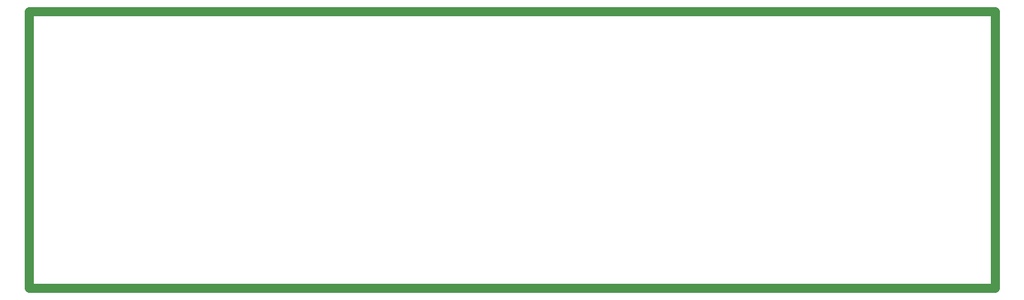
<source format=gbr>
%TF.GenerationSoftware,Altium Limited,Altium Designer,19.1.8 (144)*%
G04 Layer_Color=16711935*
%FSLAX26Y26*%
%MOIN*%
%TF.FileFunction,Keep-out,Top*%
%TF.Part,Single*%
G01*
G75*
%TA.AperFunction,NonConductor*%
%ADD58C,0.047244*%
D58*
X1750069Y3585227D02*
Y5004112D01*
X6700733D01*
Y3585227D02*
Y5004112D01*
X1750069Y3585227D02*
X6700733D01*
%TF.MD5,b9cda00aa4953da3063e34c82db69255*%
M02*

</source>
